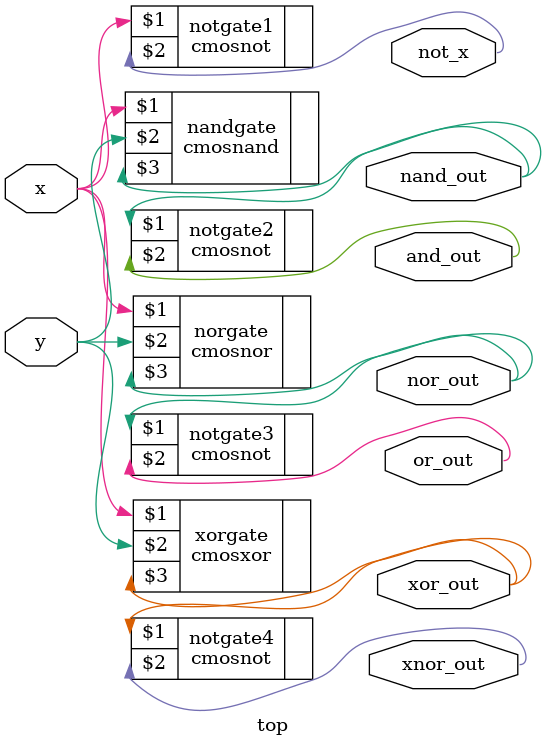
<source format=v>
`timescale 1ns / 1ps

module top(x,y,not_x,nand_out,nor_out,and_out,or_out,xor_out,xnor_out);
input x;
input y;
output not_x;
output nand_out;
output nor_out;
output and_out;
output or_out;
output xor_out;
output xnor_out;

cmosnot notgate1(x, not_x);
cmosnand nandgate(x, y, nand_out);
cmosnor norgate(x, y, nor_out);
cmosnot notgate2(nand_out, and_out);
cmosnot notgate3(nor_out, or_out);
cmosxor xorgate(x, y, xor_out);
cmosnot notgate4(xor_out, xnor_out);

endmodule

</source>
